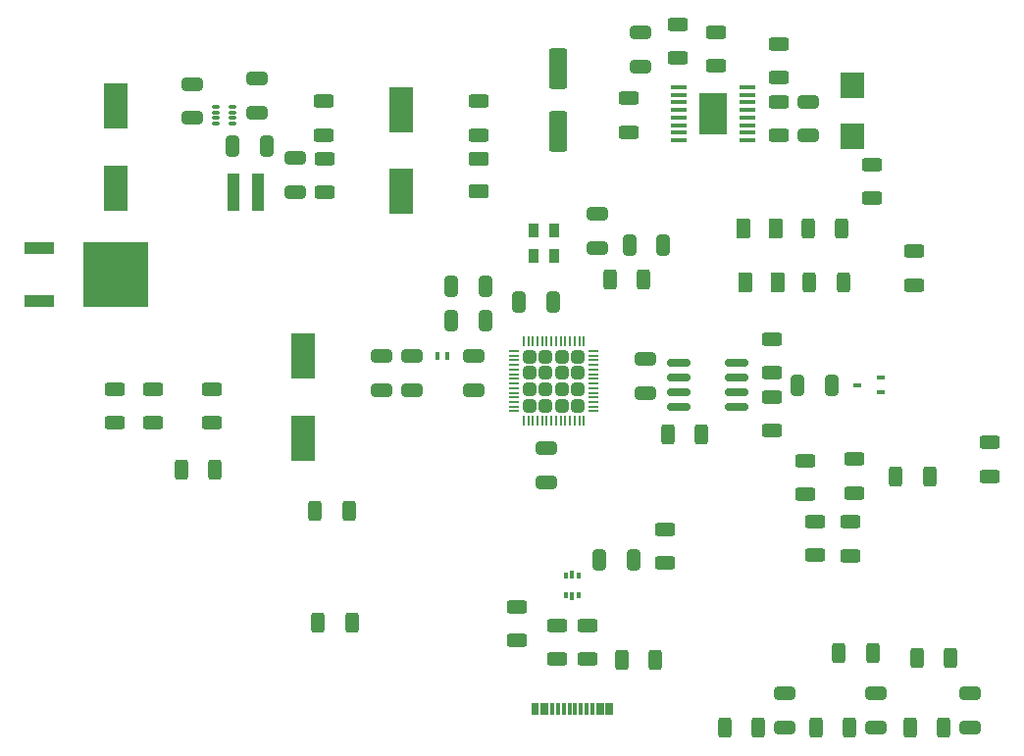
<source format=gbr>
%TF.GenerationSoftware,KiCad,Pcbnew,8.0.0*%
%TF.CreationDate,2024-03-30T18:18:10+01:00*%
%TF.ProjectId,MCU,4d43552e-6b69-4636-9164-5f7063625858,rev?*%
%TF.SameCoordinates,Original*%
%TF.FileFunction,Paste,Top*%
%TF.FilePolarity,Positive*%
%FSLAX46Y46*%
G04 Gerber Fmt 4.6, Leading zero omitted, Abs format (unit mm)*
G04 Created by KiCad (PCBNEW 8.0.0) date 2024-03-30 18:18:10*
%MOMM*%
%LPD*%
G01*
G04 APERTURE LIST*
G04 Aperture macros list*
%AMRoundRect*
0 Rectangle with rounded corners*
0 $1 Rounding radius*
0 $2 $3 $4 $5 $6 $7 $8 $9 X,Y pos of 4 corners*
0 Add a 4 corners polygon primitive as box body*
4,1,4,$2,$3,$4,$5,$6,$7,$8,$9,$2,$3,0*
0 Add four circle primitives for the rounded corners*
1,1,$1+$1,$2,$3*
1,1,$1+$1,$4,$5*
1,1,$1+$1,$6,$7*
1,1,$1+$1,$8,$9*
0 Add four rect primitives between the rounded corners*
20,1,$1+$1,$2,$3,$4,$5,0*
20,1,$1+$1,$4,$5,$6,$7,0*
20,1,$1+$1,$6,$7,$8,$9,0*
20,1,$1+$1,$8,$9,$2,$3,0*%
G04 Aperture macros list end*
%ADD10RoundRect,0.250000X0.312500X0.625000X-0.312500X0.625000X-0.312500X-0.625000X0.312500X-0.625000X0*%
%ADD11RoundRect,0.250000X0.625000X-0.312500X0.625000X0.312500X-0.625000X0.312500X-0.625000X-0.312500X0*%
%ADD12R,0.300000X1.100000*%
%ADD13R,2.150000X2.200000*%
%ADD14RoundRect,0.250000X-0.625000X0.375000X-0.625000X-0.375000X0.625000X-0.375000X0.625000X0.375000X0*%
%ADD15RoundRect,0.250000X0.375000X0.625000X-0.375000X0.625000X-0.375000X-0.625000X0.375000X-0.625000X0*%
%ADD16RoundRect,0.250000X-0.325000X-0.650000X0.325000X-0.650000X0.325000X0.650000X-0.325000X0.650000X0*%
%ADD17R,0.700000X0.450000*%
%ADD18RoundRect,0.050000X-0.285000X-0.100000X0.285000X-0.100000X0.285000X0.100000X-0.285000X0.100000X0*%
%ADD19RoundRect,0.250000X0.650000X-0.325000X0.650000X0.325000X-0.650000X0.325000X-0.650000X-0.325000X0*%
%ADD20RoundRect,0.250000X-0.650000X0.325000X-0.650000X-0.325000X0.650000X-0.325000X0.650000X0.325000X0*%
%ADD21RoundRect,0.150000X-0.825000X-0.150000X0.825000X-0.150000X0.825000X0.150000X-0.825000X0.150000X0*%
%ADD22RoundRect,0.250000X0.325000X0.650000X-0.325000X0.650000X-0.325000X-0.650000X0.325000X-0.650000X0*%
%ADD23R,0.950000X1.200000*%
%ADD24R,2.460000X3.550000*%
%ADD25R,1.475000X0.450000*%
%ADD26RoundRect,0.250000X-0.312500X-0.625000X0.312500X-0.625000X0.312500X0.625000X-0.312500X0.625000X0*%
%ADD27RoundRect,0.250000X-0.625000X0.312500X-0.625000X-0.312500X0.625000X-0.312500X0.625000X0.312500X0*%
%ADD28R,2.000000X4.000000*%
%ADD29R,0.375000X0.500000*%
%ADD30R,0.300000X0.650000*%
%ADD31RoundRect,0.250000X0.550000X-1.500000X0.550000X1.500000X-0.550000X1.500000X-0.550000X-1.500000X0*%
%ADD32R,0.350000X0.650000*%
%ADD33RoundRect,0.050000X-0.050000X-0.387500X0.050000X-0.387500X0.050000X0.387500X-0.050000X0.387500X0*%
%ADD34RoundRect,0.050000X-0.387500X-0.050000X0.387500X-0.050000X0.387500X0.050000X-0.387500X0.050000X0*%
%ADD35RoundRect,0.250000X-0.315000X-0.315000X0.315000X-0.315000X0.315000X0.315000X-0.315000X0.315000X0*%
%ADD36R,5.700000X5.632000*%
%ADD37R,2.600000X1.060000*%
%ADD38R,1.100000X3.200000*%
G04 APERTURE END LIST*
D10*
%TO.C,R38*%
X108762500Y-80200000D03*
X105837500Y-80200000D03*
%TD*%
D11*
%TO.C,R36*%
X128500000Y-73162500D03*
X128500000Y-70237500D03*
%TD*%
%TO.C,R37*%
X132100000Y-80662500D03*
X132100000Y-77737500D03*
%TD*%
D12*
%TO.C,P1*%
X99550000Y-117250000D03*
X100350000Y-117250000D03*
X100850000Y-117250000D03*
X101850000Y-117250000D03*
X103350000Y-117250000D03*
X104350000Y-117250000D03*
X104850000Y-117250000D03*
X105650000Y-117250000D03*
X105950000Y-117250000D03*
X105150000Y-117250000D03*
X103850000Y-117250000D03*
X102850000Y-117250000D03*
X102350000Y-117250000D03*
X101350000Y-117250000D03*
X100050000Y-117250000D03*
X99250000Y-117250000D03*
%TD*%
D10*
%TO.C,R35*%
X71762500Y-96600000D03*
X68837500Y-96600000D03*
%TD*%
D13*
%TO.C,D7*%
X126800000Y-63400000D03*
X126800000Y-67800000D03*
%TD*%
D14*
%TO.C,D6*%
X94500000Y-72550000D03*
X94500000Y-69750000D03*
%TD*%
D15*
%TO.C,D4*%
X117400000Y-75800000D03*
X120200000Y-75800000D03*
%TD*%
D16*
%TO.C,C21*%
X107875000Y-104400000D03*
X104925000Y-104400000D03*
%TD*%
D11*
%TO.C,R10*%
X81150000Y-64787500D03*
X81150000Y-67712500D03*
%TD*%
%TO.C,R8*%
X81200000Y-69737500D03*
X81200000Y-72662500D03*
%TD*%
D17*
%TO.C,D3*%
X127200000Y-89305000D03*
X129200000Y-88655000D03*
X129200000Y-89955000D03*
%TD*%
D18*
%TO.C,U2*%
X73290000Y-65250000D03*
X73290000Y-65750000D03*
X73290000Y-66250000D03*
X73290000Y-66750000D03*
X71810000Y-66750000D03*
X71810000Y-66250000D03*
X71810000Y-65750000D03*
X71810000Y-65250000D03*
%TD*%
D19*
%TO.C,C8*%
X75350000Y-62825000D03*
X75350000Y-65775000D03*
%TD*%
%TO.C,C24*%
X108900000Y-87020000D03*
X108900000Y-89970000D03*
%TD*%
D20*
%TO.C,C18*%
X94100000Y-89725000D03*
X94100000Y-86775000D03*
%TD*%
D11*
%TO.C,R24*%
X94500000Y-64787500D03*
X94500000Y-67712500D03*
%TD*%
D21*
%TO.C,U5*%
X116750000Y-87390000D03*
X116750000Y-88660000D03*
X116750000Y-89930000D03*
X116750000Y-91200000D03*
X111800000Y-91200000D03*
X111800000Y-89930000D03*
X111800000Y-88660000D03*
X111800000Y-87390000D03*
%TD*%
D22*
%TO.C,C4*%
X73275000Y-68700000D03*
X76225000Y-68700000D03*
%TD*%
D23*
%TO.C,Y1*%
X101000000Y-75937500D03*
X101000000Y-78137500D03*
X99250000Y-78137500D03*
X99250000Y-75937500D03*
%TD*%
D10*
%TO.C,R11*%
X80387500Y-100150000D03*
X83312500Y-100150000D03*
%TD*%
D24*
%TO.C,IC1*%
X114762000Y-65875000D03*
D25*
X111824000Y-68150000D03*
X111824000Y-67500000D03*
X111824000Y-66850000D03*
X111824000Y-66200000D03*
X111824000Y-65550000D03*
X111824000Y-64900000D03*
X111824000Y-64250000D03*
X111824000Y-63600000D03*
X117700000Y-63600000D03*
X117700000Y-64250000D03*
X117700000Y-64900000D03*
X117700000Y-65550000D03*
X117700000Y-66200000D03*
X117700000Y-66850000D03*
X117700000Y-67500000D03*
X117700000Y-68150000D03*
%TD*%
D22*
%TO.C,C23*%
X97975000Y-82137500D03*
X100925000Y-82137500D03*
%TD*%
D26*
%TO.C,R23*%
X126012500Y-80400000D03*
X123087500Y-80400000D03*
%TD*%
%TO.C,R4*%
X109762500Y-113000000D03*
X106837500Y-113000000D03*
%TD*%
D11*
%TO.C,R30*%
X138650000Y-94237500D03*
X138650000Y-97162500D03*
%TD*%
%TO.C,R5*%
X97800000Y-108437500D03*
X97800000Y-111362500D03*
%TD*%
D10*
%TO.C,R13*%
X115737500Y-118900000D03*
X118662500Y-118900000D03*
%TD*%
D20*
%TO.C,C17*%
X88800000Y-89775000D03*
X88800000Y-86825000D03*
%TD*%
D27*
%TO.C,R17*%
X123600000Y-104012500D03*
X123600000Y-101087500D03*
%TD*%
D11*
%TO.C,R3*%
X101300000Y-110037500D03*
X101300000Y-112962500D03*
%TD*%
D26*
%TO.C,R1*%
X83562500Y-109800000D03*
X80637500Y-109800000D03*
%TD*%
D28*
%TO.C,C15*%
X79400000Y-93900000D03*
X79400000Y-86800000D03*
%TD*%
D19*
%TO.C,C6*%
X78650000Y-69725000D03*
X78650000Y-72675000D03*
%TD*%
D20*
%TO.C,C16*%
X86100000Y-89775000D03*
X86100000Y-86825000D03*
%TD*%
D16*
%TO.C,C25*%
X125025000Y-89305000D03*
X122075000Y-89305000D03*
%TD*%
D11*
%TO.C,R33*%
X126950000Y-95687500D03*
X126950000Y-98612500D03*
%TD*%
D10*
%TO.C,R15*%
X131737500Y-118900000D03*
X134662500Y-118900000D03*
%TD*%
D11*
%TO.C,R27*%
X115000000Y-58837500D03*
X115000000Y-61762500D03*
%TD*%
D29*
%TO.C,U3*%
X103137500Y-107450000D03*
D30*
X102600000Y-107525000D03*
D29*
X102062500Y-107450000D03*
X102062500Y-105750000D03*
D30*
X102600000Y-105675000D03*
D29*
X103137500Y-105750000D03*
%TD*%
D16*
%TO.C,C11*%
X110475000Y-77200000D03*
X107525000Y-77200000D03*
%TD*%
D28*
%TO.C,C7*%
X87800000Y-65500000D03*
X87800000Y-72600000D03*
%TD*%
D11*
%TO.C,R6*%
X71500000Y-89637500D03*
X71500000Y-92562500D03*
%TD*%
D28*
%TO.C,C2*%
X63200000Y-65200000D03*
X63200000Y-72300000D03*
%TD*%
D19*
%TO.C,C22*%
X104800000Y-74525000D03*
X104800000Y-77475000D03*
%TD*%
D15*
%TO.C,D5*%
X117550000Y-80400000D03*
X120350000Y-80400000D03*
%TD*%
D27*
%TO.C,R21*%
X119825000Y-93262500D03*
X119825000Y-90337500D03*
%TD*%
D31*
%TO.C,C27*%
X101400000Y-62000000D03*
X101400000Y-67400000D03*
%TD*%
D11*
%TO.C,R20*%
X119825000Y-85337500D03*
X119825000Y-88262500D03*
%TD*%
D20*
%TO.C,C10*%
X100400000Y-97725000D03*
X100400000Y-94775000D03*
%TD*%
D22*
%TO.C,C19*%
X92125000Y-80800000D03*
X95075000Y-80800000D03*
%TD*%
D11*
%TO.C,R29*%
X111700000Y-58137500D03*
X111700000Y-61062500D03*
%TD*%
D27*
%TO.C,R12*%
X126600000Y-104062500D03*
X126600000Y-101137500D03*
%TD*%
D26*
%TO.C,R22*%
X125862500Y-75800000D03*
X122937500Y-75800000D03*
%TD*%
D11*
%TO.C,R26*%
X120400000Y-59837500D03*
X120400000Y-62762500D03*
%TD*%
D27*
%TO.C,R7*%
X63100000Y-92562500D03*
X63100000Y-89637500D03*
%TD*%
D26*
%TO.C,R32*%
X133462500Y-97200000D03*
X130537500Y-97200000D03*
%TD*%
D19*
%TO.C,C13*%
X128800000Y-115925000D03*
X128800000Y-118875000D03*
%TD*%
D10*
%TO.C,R34*%
X132337500Y-112900000D03*
X135262500Y-112900000D03*
%TD*%
D19*
%TO.C,C14*%
X136900000Y-115925000D03*
X136900000Y-118875000D03*
%TD*%
%TO.C,C3*%
X69800000Y-63300000D03*
X69800000Y-66250000D03*
%TD*%
D32*
%TO.C,L2*%
X91850000Y-86750000D03*
X91000000Y-86750000D03*
%TD*%
D10*
%TO.C,R14*%
X123637500Y-118900000D03*
X126562500Y-118900000D03*
%TD*%
D33*
%TO.C,U4*%
X98400000Y-85525000D03*
X98800000Y-85525000D03*
X99200000Y-85525000D03*
X99600000Y-85525000D03*
X100000000Y-85525000D03*
X100400000Y-85525000D03*
X100800000Y-85525000D03*
X101200000Y-85525000D03*
X101600000Y-85525000D03*
X102000000Y-85525000D03*
X102400000Y-85525000D03*
X102800000Y-85525000D03*
X103200000Y-85525000D03*
X103600000Y-85525000D03*
D34*
X104437500Y-86362500D03*
X104437500Y-86762500D03*
X104437500Y-87162500D03*
X104437500Y-87562500D03*
X104437500Y-87962500D03*
X104437500Y-88362500D03*
X104437500Y-88762500D03*
X104437500Y-89162500D03*
X104437500Y-89562500D03*
X104437500Y-89962500D03*
X104437500Y-90362500D03*
X104437500Y-90762500D03*
X104437500Y-91162500D03*
X104437500Y-91562500D03*
D33*
X103600000Y-92400000D03*
X103200000Y-92400000D03*
X102800000Y-92400000D03*
X102400000Y-92400000D03*
X102000000Y-92400000D03*
X101600000Y-92400000D03*
X101200000Y-92400000D03*
X100800000Y-92400000D03*
X100400000Y-92400000D03*
X100000000Y-92400000D03*
X99600000Y-92400000D03*
X99200000Y-92400000D03*
X98800000Y-92400000D03*
X98400000Y-92400000D03*
D34*
X97562500Y-91562500D03*
X97562500Y-91162500D03*
X97562500Y-90762500D03*
X97562500Y-90362500D03*
X97562500Y-89962500D03*
X97562500Y-89562500D03*
X97562500Y-89162500D03*
X97562500Y-88762500D03*
X97562500Y-88362500D03*
X97562500Y-87962500D03*
X97562500Y-87562500D03*
X97562500Y-87162500D03*
X97562500Y-86762500D03*
X97562500Y-86362500D03*
D35*
X103100000Y-91062500D03*
X103100000Y-89662500D03*
X103100000Y-88262500D03*
X103100000Y-86862500D03*
X101700000Y-91062500D03*
X101700000Y-89662500D03*
X101700000Y-88262500D03*
X101700000Y-86862500D03*
X100300000Y-91062500D03*
X100300000Y-89662500D03*
X100300000Y-88262500D03*
X100300000Y-86862500D03*
X98900000Y-91062500D03*
X98900000Y-89662500D03*
X98900000Y-88262500D03*
X98900000Y-86862500D03*
%TD*%
D11*
%TO.C,R19*%
X122750000Y-95837500D03*
X122750000Y-98762500D03*
%TD*%
D26*
%TO.C,R18*%
X113762500Y-93550000D03*
X110837500Y-93550000D03*
%TD*%
D27*
%TO.C,R16*%
X110600000Y-104662500D03*
X110600000Y-101737500D03*
%TD*%
D26*
%TO.C,R31*%
X128512500Y-112450000D03*
X125587500Y-112450000D03*
%TD*%
D11*
%TO.C,R25*%
X120400000Y-64837500D03*
X120400000Y-67762500D03*
%TD*%
D19*
%TO.C,C28*%
X108500000Y-58825000D03*
X108500000Y-61775000D03*
%TD*%
D11*
%TO.C,R2*%
X103900000Y-110037500D03*
X103900000Y-112962500D03*
%TD*%
%TO.C,R9*%
X66400000Y-89637500D03*
X66400000Y-92562500D03*
%TD*%
%TO.C,R28*%
X107500000Y-64537500D03*
X107500000Y-67462500D03*
%TD*%
D22*
%TO.C,C20*%
X92125000Y-83700000D03*
X95075000Y-83700000D03*
%TD*%
D36*
%TO.C,D2*%
X63157000Y-79800000D03*
D37*
X56607000Y-82086000D03*
X56607000Y-77514000D03*
%TD*%
D19*
%TO.C,C26*%
X123000000Y-64825000D03*
X123000000Y-67775000D03*
%TD*%
%TO.C,C12*%
X120900000Y-115925000D03*
X120900000Y-118875000D03*
%TD*%
D38*
%TO.C,L1*%
X75450000Y-72650000D03*
X73350000Y-72650000D03*
%TD*%
M02*

</source>
